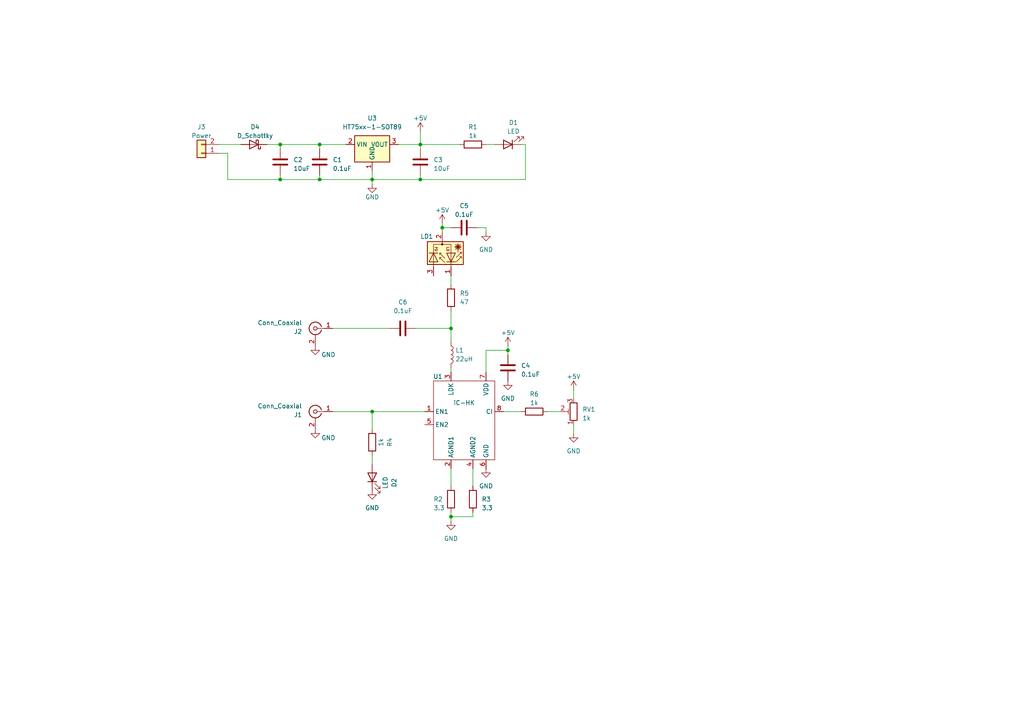
<source format=kicad_sch>
(kicad_sch (version 20230121) (generator eeschema)
  (paper "A4")
  (lib_symbols
    (symbol "Connector:Conn_Coaxial" (pin_names (offset 1.016) hide)
      (property "Reference" "J" (at 0.254 3.048 0))
      (property "Value" "Conn_Coaxial" (at 2.921 0 90))
      (symbol "Conn_Coaxial_0_1"
        (arc (start -1.778 -0.508) (mid 0.2311 -1.8066) (end 1.778 0) (stroke (width 0.254)))
        (polyline (pts (xy -2.54 0) (xy -0.508 0)))
        (polyline (pts (xy 0 -2.54) (xy 0 -1.778)))
        (circle (center 0 0) (radius 0.508) (stroke (width 0.2032)))
        (arc (start 1.778 0) (mid 0.2099 1.8101) (end -1.778 0.508) (stroke (width 0.254)))
      )
      (symbol "Conn_Coaxial_1_1"
        (pin passive line (at -5.08 0 0) (length 2.54) (name "In") (number "1"))
        (pin passive line (at 0 -5.08 90) (length 2.54) (name "Ext") (number "2"))
      )
    )
    (symbol "Connector_Generic:Conn_01x02" (pin_names (offset 1.016) hide)
      (property "Reference" "J" (at 0 2.54 0))
      (property "Value" "Conn_01x02" (at 0 -5.08 0))
      (symbol "Conn_01x02_1_1"
        (rectangle (start -1.27 -2.413) (end 0 -2.667) (stroke (width 0.1524)))
        (rectangle (start -1.27 0.127) (end 0 -0.127) (stroke (width 0.1524)))
        (rectangle (start -1.27 1.27) (end 1.27 -3.81) (stroke (width 0.254)) (fill (type background)))
        (pin passive line (at -5.08 0 0) (length 3.81) (name "Pin_1") (number "1"))
        (pin passive line (at -5.08 -2.54 0) (length 3.81) (name "Pin_2") (number "2"))
      )
    )
    (symbol "Device:C" (pin_numbers hide) (pin_names (offset 0.254))
      (property "Reference" "C" (at 0.635 2.54 0))
      (property "Value" "C" (at 0.635 -2.54 0))
      (symbol "C_0_1"
        (polyline (pts (xy -2.032 -0.762) (xy 2.032 -0.762)) (stroke (width 0.508)))
        (polyline (pts (xy -2.032 0.762) (xy 2.032 0.762)) (stroke (width 0.508)))
      )
      (symbol "C_1_1"
        (pin passive line (at 0 3.81 270) (length 2.794) (name "~") (number "1"))
        (pin passive line (at 0 -3.81 90) (length 2.794) (name "~") (number "2"))
      )
    )
    (symbol "Device:D_Laser_Photo_NType" (pin_names hide)
      (property "Reference" "LD" (at 1.016 7.112 0))
      (property "Value" "D_Laser_Photo_NType" (at 1.016 -5.588 0))
      (symbol "D_Laser_Photo_NType_0_1"
        (circle (center -1.524 0) (radius 0.254) (fill (type outline)))
        (arc (start -0.508 -1.778) (mid -0.3302 -1.6002) (end -0.508 -1.397))
        (arc (start 0 -2.159) (mid 0.3794 -1.778) (end 0 -1.397))
        (polyline (pts (xy -2.54 0) (xy -1.524 0)))
        (polyline (pts (xy -1.524 3.81) (xy 0 5.334)))
        (polyline (pts (xy -1.524 4.318) (xy 0 4.826)))
        (polyline (pts (xy -1.524 4.826) (xy 0 4.318)))
        (polyline (pts (xy -1.524 5.334) (xy 0 3.81)))
        (polyline (pts (xy -1.016 5.334) (xy -0.508 3.81)))
        (polyline (pts (xy -0.762 4.572) (xy -0.762 3.556)))
        (polyline (pts (xy -0.762 4.572) (xy -0.762 5.588)))
        (polyline (pts (xy -0.635 -1.397) (xy -0.635 -2.159)))
        (polyline (pts (xy -0.508 5.334) (xy -1.016 3.81)))
        (polyline (pts (xy 0 -1.397) (xy 0 -2.159)))
        (polyline (pts (xy 0 2.032) (xy 0 1.27)))
        (polyline (pts (xy 0.762 4.572) (xy -1.778 4.572)))
        (polyline (pts (xy 0.762 5.588) (xy 1.27 5.588)))
        (polyline (pts (xy 1.016 -1.27) (xy 1.016 -3.81)) (stroke (width 0.2032)))
        (polyline (pts (xy 1.016 -0.762) (xy 1.524 -0.762)))
        (polyline (pts (xy 3.556 3.81) (xy 3.556 1.27)) (stroke (width 0.2032)))
        (polyline (pts (xy -0.635 2.032) (xy -0.635 1.27) (xy -0.254 1.27)))
        (polyline (pts (xy 2.286 4.064) (xy 0.762 5.588) (xy 0.762 5.08)))
        (polyline (pts (xy 2.54 0.762) (xy 1.016 -0.762) (xy 1.016 -0.254)))
        (polyline (pts (xy 3.556 -1.27) (xy 3.556 -3.81) (xy 1.016 -2.54) (xy 3.556 -1.27)) (stroke (width 0.2032)))
        (polyline (pts (xy 5.08 2.54) (xy -1.524 2.54) (xy -1.524 -2.54) (xy 5.08 -2.54)))
        (polyline (pts (xy 3.556 4.064) (xy 2.032 5.588) (xy 2.032 5.08) (xy 2.032 5.588) (xy 2.54 5.588)))
        (polyline (pts (xy 3.81 0.762) (xy 2.286 -0.762) (xy 2.286 -0.254) (xy 2.286 -0.762) (xy 2.794 -0.762)))
        (arc (start 0 1.27) (mid 0.3794 1.651) (end 0 2.032))
        (rectangle (start 4.318 6.096) (end -2.286 -4.318) (stroke (width 0.254)) (fill (type background)))
      )
      (symbol "D_Laser_Photo_NType_1_1"
        (polyline (pts (xy 1.016 3.81) (xy 1.016 1.27) (xy 3.556 2.54) (xy 1.016 3.81)) (stroke (width 0.2032)))
        (pin passive line (at 7.62 2.54 180) (length 2.54) (name "~") (number "1"))
        (pin passive line (at -5.08 0 0) (length 2.54) (name "~") (number "2"))
        (pin passive line (at 7.62 -2.54 180) (length 2.54) (name "~") (number "3"))
      )
    )
    (symbol "Device:D_Schottky" (pin_numbers hide) (pin_names (offset 1.016) hide)
      (property "Reference" "D" (at 0 2.54 0))
      (property "Value" "D_Schottky" (at 0 -2.54 0))
      (symbol "D_Schottky_0_1"
        (polyline (pts (xy 1.27 0) (xy -1.27 0)))
        (polyline (pts (xy 1.27 1.27) (xy 1.27 -1.27) (xy -1.27 0) (xy 1.27 1.27)) (stroke (width 0.254)))
        (polyline (pts (xy -1.905 0.635) (xy -1.905 1.27) (xy -1.27 1.27) (xy -1.27 -1.27) (xy -0.635 -1.27) (xy -0.635 -0.635)) (stroke (width 0.254)))
      )
      (symbol "D_Schottky_1_1"
        (pin passive line (at -3.81 0 0) (length 2.54) (name "K") (number "1"))
        (pin passive line (at 3.81 0 180) (length 2.54) (name "A") (number "2"))
      )
    )
    (symbol "Device:L" (pin_numbers hide) (pin_names (offset 1.016) hide)
      (property "Reference" "L" (at -1.27 0 90))
      (property "Value" "L" (at 1.905 0 90))
      (symbol "L_0_1"
        (arc (start 0 -2.54) (mid 0.6323 -1.905) (end 0 -1.27))
        (arc (start 0 -1.27) (mid 0.6323 -0.635) (end 0 0))
        (arc (start 0 0) (mid 0.6323 0.635) (end 0 1.27))
        (arc (start 0 1.27) (mid 0.6323 1.905) (end 0 2.54))
      )
      (symbol "L_1_1"
        (pin passive line (at 0 3.81 270) (length 1.27) (name "1") (number "1"))
        (pin passive line (at 0 -3.81 90) (length 1.27) (name "2") (number "2"))
      )
    )
    (symbol "Device:LED" (pin_numbers hide) (pin_names (offset 1.016) hide)
      (property "Reference" "D" (at 0 2.54 0))
      (property "Value" "LED" (at 0 -2.54 0))
      (symbol "LED_0_1"
        (polyline (pts (xy -1.27 -1.27) (xy -1.27 1.27)) (stroke (width 0.254)))
        (polyline (pts (xy -1.27 0) (xy 1.27 0)))
        (polyline (pts (xy 1.27 -1.27) (xy 1.27 1.27) (xy -1.27 0) (xy 1.27 -1.27)) (stroke (width 0.254)))
        (polyline (pts (xy -3.048 -0.762) (xy -4.572 -2.286) (xy -3.81 -2.286) (xy -4.572 -2.286) (xy -4.572 -1.524)))
        (polyline (pts (xy -1.778 -0.762) (xy -3.302 -2.286) (xy -2.54 -2.286) (xy -3.302 -2.286) (xy -3.302 -1.524)))
      )
      (symbol "LED_1_1"
        (pin passive line (at -3.81 0 0) (length 2.54) (name "K") (number "1"))
        (pin passive line (at 3.81 0 180) (length 2.54) (name "A") (number "2"))
      )
    )
    (symbol "Device:R" (pin_numbers hide) (pin_names (offset 0))
      (property "Reference" "R" (at 2.032 0 90))
      (property "Value" "R" (at 0 0 90))
      (symbol "R_0_1"
        (rectangle (start -1.016 -2.54) (end 1.016 2.54) (stroke (width 0.254)))
      )
      (symbol "R_1_1"
        (pin passive line (at 0 3.81 270) (length 1.27) (name "~") (number "1"))
        (pin passive line (at 0 -3.81 90) (length 1.27) (name "~") (number "2"))
      )
    )
    (symbol "Device:R_Potentiometer_Trim" (pin_names (offset 1.016) hide)
      (property "Reference" "RV" (at -4.445 0 90))
      (property "Value" "R_Potentiometer_Trim" (at -2.54 0 90))
      (symbol "R_Potentiometer_Trim_0_1"
        (polyline (pts (xy 1.524 0.762) (xy 1.524 -0.762)))
        (polyline (pts (xy 2.54 0) (xy 1.524 0)))
        (rectangle (start 1.016 2.54) (end -1.016 -2.54) (stroke (width 0.254)))
      )
      (symbol "R_Potentiometer_Trim_1_1"
        (pin passive line (at 0 3.81 270) (length 1.27) (name "1") (number "1"))
        (pin passive line (at 3.81 0 180) (length 1.27) (name "2") (number "2"))
        (pin passive line (at 0 -3.81 90) (length 1.27) (name "3") (number "3"))
      )
    )
    (symbol "Regulator_Linear:HT75xx-1-SOT89"
      (property "Reference" "U" (at -5.08 -3.81 0))
      (property "Value" "HT75xx-1-SOT89" (at 0 6.35 0))
      (symbol "HT75xx-1-SOT89_0_1"
        (rectangle (start -5.08 5.08) (end 5.08 -2.54) (stroke (width 0.254)) (fill (type background)))
      )
      (symbol "HT75xx-1-SOT89_1_1"
        (pin power_in line (at 0 -5.08 90) (length 2.54) (name "GND") (number "1"))
        (pin power_in line (at -7.62 2.54 0) (length 2.54) (name "VIN") (number "2"))
        (pin power_out line (at 7.62 2.54 180) (length 2.54) (name "VOUT") (number "3"))
      )
    )
    (symbol "ichaus:ic-HK"
      (property "Reference" "U" (at 0 0 0))
      (property "Value" "iC-HK" (at 8.89 -7.62 0))
      (symbol "ic-HK_0_1"
        (rectangle (start 0 -1.27) (end 17.78 -24.13))
      )
      (symbol "ic-HK_1_1"
        (pin input line (at -2.54 -10.16 0) (length 2.54) (name "EN1") (number "1"))
        (pin unspecified line (at 5.08 -26.67 90) (length 2.54) (name "AGND1") (number "2"))
        (pin unspecified line (at 5.08 1.27 270) (length 2.54) (name "LDK") (number "3"))
        (pin unspecified line (at 11.43 -26.67 90) (length 2.54) (name "AGND2") (number "4"))
        (pin input line (at -2.54 -13.97 0) (length 2.54) (name "EN2") (number "5"))
        (pin unspecified line (at 15.24 -26.67 90) (length 2.54) (name "GND") (number "6"))
        (pin power_in line (at 15.24 1.27 270) (length 2.54) (name "VDD") (number "7"))
        (pin unspecified line (at 20.32 -10.16 180) (length 2.54) (name "CI") (number "8"))
      )
    )
    (symbol "power:+5V" (power) (pin_names (offset 0))
      (property "Value" "+5V" (at 0 3.556 0))
      (symbol "+5V_0_1"
        (polyline (pts (xy -0.762 1.27) (xy 0 2.54)))
        (polyline (pts (xy 0 0) (xy 0 2.54)))
        (polyline (pts (xy 0 2.54) (xy 0.762 1.27)))
      )
      (symbol "+5V_1_1"
        (pin power_in line (at 0 0 90) (length 0) hide (name "+5V") (number "1"))
      )
    )
    (symbol "power:GND" (power) (pin_names (offset 0))
      (property "Value" "GND" (at 0 -3.81 0))
      (symbol "GND_0_1"
        (polyline (pts (xy 0 0) (xy 0 -1.27) (xy 1.27 -1.27) (xy 0 -2.54) (xy -1.27 -1.27) (xy 0 -1.27)))
      )
      (symbol "GND_1_1"
        (pin power_in line (at 0 0 270) (length 0) hide (name "GND") (number "1"))
      )
    )
  )
  (junction (at 107.95 119.38))
  (junction (at 128.27 66.04))
  (junction (at 121.92 52.07))
  (junction (at 147.32 101.6))
  (junction (at 81.28 41.91))
  (junction (at 92.71 41.91))
  (junction (at 130.81 95.25))
  (junction (at 130.81 149.86))
  (junction (at 81.28 52.07))
  (junction (at 107.95 52.07))
  (junction (at 121.92 41.91))
  (junction (at 92.71 52.07))
  (wire (pts (xy 81.28 52.07) (xy 92.71 52.07)))
  (wire (pts (xy 130.81 95.25) (xy 130.81 99.06)))
  (wire (pts (xy 137.16 148.59) (xy 137.16 149.86)))
  (wire (pts (xy 137.16 135.89) (xy 137.16 140.97)))
  (wire (pts (xy 130.81 149.86) (xy 130.81 151.13)))
  (wire (pts (xy 121.92 52.07) (xy 107.95 52.07)))
  (wire (pts (xy 66.04 52.07) (xy 81.28 52.07)))
  (wire (pts (xy 107.95 49.53) (xy 107.95 52.07)))
  (wire (pts (xy 130.81 90.17) (xy 130.81 95.25)))
  (wire (pts (xy 120.65 95.25) (xy 130.81 95.25)))
  (wire (pts (xy 130.81 106.68) (xy 130.81 107.95)))
  (wire (pts (xy 77.47 41.91) (xy 81.28 41.91)))
  (wire (pts (xy 121.92 52.07) (xy 152.4 52.07)))
  (wire (pts (xy 147.32 101.6) (xy 140.97 101.6)))
  (wire (pts (xy 123.19 119.38) (xy 107.95 119.38)))
  (wire (pts (xy 96.52 119.38) (xy 107.95 119.38)))
  (wire (pts (xy 130.81 148.59) (xy 130.81 149.86)))
  (wire (pts (xy 92.71 41.91) (xy 92.71 43.18)))
  (wire (pts (xy 128.27 66.04) (xy 130.81 66.04)))
  (wire (pts (xy 151.13 119.38) (xy 146.05 119.38)))
  (wire (pts (xy 121.92 38.1) (xy 121.92 41.91)))
  (wire (pts (xy 140.97 41.91) (xy 143.51 41.91)))
  (wire (pts (xy 128.27 66.04) (xy 128.27 67.31)))
  (wire (pts (xy 138.43 66.04) (xy 140.97 66.04)))
  (wire (pts (xy 81.28 41.91) (xy 81.28 43.18)))
  (wire (pts (xy 66.04 44.45) (xy 66.04 52.07)))
  (wire (pts (xy 107.95 119.38) (xy 107.95 124.46)))
  (wire (pts (xy 63.5 41.91) (xy 69.85 41.91)))
  (wire (pts (xy 130.81 80.01) (xy 130.81 82.55)))
  (wire (pts (xy 151.13 41.91) (xy 152.4 41.91)))
  (wire (pts (xy 162.56 119.38) (xy 158.75 119.38)))
  (wire (pts (xy 121.92 50.8) (xy 121.92 52.07)))
  (wire (pts (xy 166.37 125.73) (xy 166.37 123.19)))
  (wire (pts (xy 107.95 132.08) (xy 107.95 134.62)))
  (wire (pts (xy 92.71 41.91) (xy 81.28 41.91)))
  (wire (pts (xy 96.52 95.25) (xy 113.03 95.25)))
  (wire (pts (xy 81.28 50.8) (xy 81.28 52.07)))
  (wire (pts (xy 107.95 52.07) (xy 107.95 53.34)))
  (wire (pts (xy 130.81 135.89) (xy 130.81 140.97)))
  (wire (pts (xy 147.32 102.87) (xy 147.32 101.6)))
  (wire (pts (xy 130.81 149.86) (xy 137.16 149.86)))
  (wire (pts (xy 121.92 41.91) (xy 121.92 43.18)))
  (wire (pts (xy 115.57 41.91) (xy 121.92 41.91)))
  (wire (pts (xy 121.92 41.91) (xy 133.35 41.91)))
  (wire (pts (xy 63.5 44.45) (xy 66.04 44.45)))
  (wire (pts (xy 100.33 41.91) (xy 92.71 41.91)))
  (wire (pts (xy 152.4 41.91) (xy 152.4 52.07)))
  (wire (pts (xy 140.97 66.04) (xy 140.97 67.31)))
  (wire (pts (xy 92.71 50.8) (xy 92.71 52.07)))
  (wire (pts (xy 166.37 113.03) (xy 166.37 115.57)))
  (wire (pts (xy 140.97 101.6) (xy 140.97 107.95)))
  (wire (pts (xy 128.27 64.77) (xy 128.27 66.04)))
  (wire (pts (xy 92.71 52.07) (xy 107.95 52.07)))
  (wire (pts (xy 147.32 100.33) (xy 147.32 101.6)))
  (symbol (lib_id "power:+5V") (at 147.32 100.33 0) (unit 1)
    (property "Reference" "#PWR07" (effects hide))
    (property "Value" "+5V" (at 147.32 96.52 0))
  )
  (symbol (lib_id "Device:R_Potentiometer_Trim") (at 166.37 119.38 180) (unit 1)
    (property "Reference" "RV1" (at 168.91 118.745 0) (effects (justify right)))
    (property "Value" "1k" (at 168.91 121.285 0) (effects (justify right)))
    (property "Footprint" "Potentiometer_SMD:Potentiometer_Bourns_3314G_Vertical" (effects hide))
    (property "LCSC" "C780221" (effects hide))
  )
  (symbol (lib_id "Device:C") (at 116.84 95.25 90) (unit 1)
    (property "Reference" "C6" (at 116.84 87.63 90))
    (property "Value" "0.1uF" (at 116.84 90.17 90))
    (property "Footprint" "Capacitor_SMD:C_0603_1608Metric" (effects hide))
  )
  (symbol (lib_id "power:GND") (at 130.81 151.13 0) (unit 1)
    (property "Reference" "#PWR05" (effects hide))
    (property "Value" "GND" (at 130.81 156.21 0))
  )
  (symbol (lib_id "ichaus:ic-HK") (at 125.73 109.22 0) (unit 1)
    (property "Reference" "U1" (at 127 109.22 0))
    (property "Value" "iC-HK" (at 134.62 116.84 0))
    (property "Footprint" "Package_SO:SO-8_3.9x4.9mm_P1.27mm" (effects hide))
    (property "Datasheet" "https://www.ichaus.de/upload/pdf/HK_datasheet_G1en.pdf" (effects hide))
  )
  (symbol (lib_id "power:+5V") (at 121.92 38.1 0) (unit 1)
    (property "Reference" "#PWR01" (effects hide))
    (property "Value" "+5V" (at 121.92 34.29 0))
  )
  (symbol (lib_id "power:GND") (at 91.44 100.33 0) (unit 1)
    (property "Reference" "#PWR010" (effects hide))
    (property "Value" "GND" (at 95.25 102.87 0))
  )
  (symbol (lib_id "Device:R") (at 137.16 41.91 90) (unit 1)
    (property "Reference" "R1" (at 137.16 36.83 90))
    (property "Value" "1k" (at 137.16 39.37 90))
    (property "Footprint" "Resistor_SMD:R_0603_1608Metric" (effects hide))
  )
  (symbol (lib_id "power:GND") (at 107.95 53.34 0) (unit 1)
    (property "Reference" "#PWR03" (effects hide))
    (property "Value" "GND" (at 107.95 57.15 0))
  )
  (symbol (lib_id "Connector:Conn_Coaxial") (at 91.44 119.38 0) (mirror y) (unit 1)
    (property "Reference" "J1" (at 87.63 120.3082 0) (effects (justify left)))
    (property "Value" "Conn_Coaxial" (at 87.63 117.7682 0) (effects (justify left)))
    (property "Footprint" "Connector_Coaxial:MMCX_Molex_73415-1471_Vertical" (effects hide))
    (property "Datasheet" " ~" (effects hide))
  )
  (symbol (lib_id "Device:LED") (at 107.95 138.43 90) (unit 1)
    (property "Reference" "D2" (at 114.3 140.0175 0))
    (property "Value" "LED" (at 111.76 140.0175 0))
    (property "Footprint" "LED_SMD:LED_0603_1608Metric" (effects hide))
  )
  (symbol (lib_id "Device:D_Laser_Photo_NType") (at 128.27 72.39 270) (unit 1)
    (property "Reference" "LD1" (at 121.92 68.58 90) (effects (justify left)))
    (property "Value" "D_Laser_Photo_NType" (effects hide))
    (property "Footprint" "OptoDevice:LaserDiode_TO18-D5.6-3" (effects hide))
    (property "Datasheet" "http://www.egismos.disonhu.com/laser/diode-package.htm" (effects hide))
  )
  (symbol (lib_id "power:GND") (at 107.95 142.24 0) (unit 1)
    (property "Reference" "#PWR09" (effects hide))
    (property "Value" "GND" (at 107.95 147.32 0))
  )
  (symbol (lib_id "Device:R") (at 137.16 144.78 0) (unit 1)
    (property "Reference" "R3" (at 139.7 144.78 0) (effects (justify left)))
    (property "Value" "3.3" (at 139.7 147.32 0) (effects (justify left)))
    (property "Footprint" "Resistor_SMD:R_0603_1608Metric" (effects hide))
  )
  (symbol (lib_id "Device:D_Schottky") (at 73.66 41.91 180) (unit 1)
    (property "Reference" "D4" (at 73.9775 36.83 0))
    (property "Value" "D_Schottky" (at 73.9775 39.37 0))
    (property "Footprint" "Diode_SMD:D_SOD-123" (effects hide))
    (property "LCSC" "C8598" (effects hide))
  )
  (symbol (lib_id "Device:C") (at 147.32 106.68 0) (unit 1)
    (property "Reference" "C4" (at 151.13 106.045 0) (effects (justify left)))
    (property "Value" "0.1uF" (at 151.13 108.585 0) (effects (justify left)))
    (property "Footprint" "Capacitor_SMD:C_0603_1608Metric" (effects hide))
  )
  (symbol (lib_id "Device:LED") (at 147.32 41.91 180) (unit 1)
    (property "Reference" "D1" (at 148.9075 35.56 0))
    (property "Value" "LED" (at 148.9075 38.1 0))
    (property "Footprint" "LED_SMD:LED_0603_1608Metric" (effects hide))
  )
  (symbol (lib_id "power:GND") (at 140.97 135.89 0) (unit 1)
    (property "Reference" "#PWR04" (effects hide))
    (property "Value" "GND" (at 140.97 140.97 0))
  )
  (symbol (lib_id "power:GND") (at 91.44 124.46 0) (unit 1)
    (property "Reference" "#PWR011" (effects hide))
    (property "Value" "GND" (at 95.25 127 0))
  )
  (symbol (lib_id "Connector:Conn_Coaxial") (at 91.44 95.25 0) (mirror y) (unit 1)
    (property "Reference" "J2" (at 87.63 96.1782 0) (effects (justify left)))
    (property "Value" "Conn_Coaxial" (at 87.63 93.6382 0) (effects (justify left)))
    (property "Footprint" "Connector_Coaxial:MMCX_Molex_73415-1471_Vertical" (effects hide))
    (property "Datasheet" " ~" (effects hide))
  )
  (symbol (lib_id "Device:C") (at 134.62 66.04 90) (unit 1)
    (property "Reference" "C5" (at 134.62 59.69 90))
    (property "Value" "0.1uF" (at 134.62 62.23 90))
    (property "Footprint" "Capacitor_SMD:C_0603_1608Metric" (effects hide))
  )
  (symbol (lib_id "Device:R") (at 107.95 128.27 0) (unit 1)
    (property "Reference" "R4" (at 113.03 128.27 90))
    (property "Value" "1k" (at 110.49 128.27 90))
    (property "Footprint" "Resistor_SMD:R_0603_1608Metric" (effects hide))
  )
  (symbol (lib_id "Connector_Generic:Conn_01x02") (at 58.42 44.45 180) (unit 1)
    (property "Reference" "J3" (at 58.42 36.83 0))
    (property "Value" "Power" (at 58.42 39.37 0))
    (property "Footprint" "Connector_PinHeader_2.54mm:PinHeader_1x02_P2.54mm_Vertical" (effects hide))
  )
  (symbol (lib_id "power:GND") (at 147.32 110.49 0) (unit 1)
    (property "Reference" "#PWR06" (effects hide))
    (property "Value" "GND" (at 147.32 115.57 0))
  )
  (symbol (lib_id "Device:L") (at 130.81 102.87 0) (unit 1)
    (property "Reference" "L1" (at 132.08 101.6 0) (effects (justify left)))
    (property "Value" "22uH" (at 132.08 104.14 0) (effects (justify left)))
  )
  (symbol (lib_id "power:GND") (at 140.97 67.31 0) (unit 1)
    (property "Reference" "#PWR014" (effects hide))
    (property "Value" "GND" (at 140.97 72.39 0))
  )
  (symbol (lib_id "Device:C") (at 121.92 46.99 0) (unit 1)
    (property "Reference" "C3" (at 125.73 46.355 0) (effects (justify left)))
    (property "Value" "10uF" (at 125.73 48.895 0) (effects (justify left)))
    (property "Footprint" "Capacitor_SMD:C_0603_1608Metric" (effects hide))
  )
  (symbol (lib_id "power:GND") (at 166.37 125.73 0) (unit 1)
    (property "Reference" "#PWR012" (effects hide))
    (property "Value" "GND" (at 166.37 130.81 0))
  )
  (symbol (lib_id "Device:C") (at 81.28 46.99 0) (unit 1)
    (property "Reference" "C2" (at 85.09 46.355 0) (effects (justify left)))
    (property "Value" "10uF" (at 85.09 48.895 0) (effects (justify left)))
    (property "Footprint" "Capacitor_SMD:C_0603_1608Metric" (effects hide))
  )
  (symbol (lib_id "power:+5V") (at 166.37 113.03 0) (unit 1)
    (property "Reference" "#PWR013" (effects hide))
    (property "Value" "+5V" (at 166.37 109.22 0))
  )
  (symbol (lib_id "Device:R") (at 130.81 144.78 180) (unit 1)
    (property "Reference" "R2" (at 125.73 144.78 0) (effects (justify right)))
    (property "Value" "3.3" (at 125.73 147.32 0) (effects (justify right)))
    (property "Footprint" "Resistor_SMD:R_0603_1608Metric" (effects hide))
  )
  (symbol (lib_id "Device:R") (at 130.81 86.36 180) (unit 1)
    (property "Reference" "R5" (at 133.35 85.09 0) (effects (justify right)))
    (property "Value" "47" (at 133.35 87.63 0) (effects (justify right)))
    (property "Footprint" "Resistor_SMD:R_0603_1608Metric" (effects hide))
  )
  (symbol (lib_id "Device:R") (at 154.94 119.38 90) (unit 1)
    (property "Reference" "R6" (at 154.94 114.3 90))
    (property "Value" "1k" (at 154.94 116.84 90))
    (property "Footprint" "Resistor_SMD:R_0603_1608Metric" (effects hide))
  )
  (symbol (lib_id "Regulator_Linear:HT75xx-1-SOT89") (at 107.95 44.45 0) (unit 1)
    (property "Reference" "U3" (at 107.95 34.29 0))
    (property "Value" "HT75xx-1-SOT89" (at 107.95 36.83 0))
    (property "Footprint" "Package_TO_SOT_SMD:SOT-89-3" (effects hide))
    (property "Datasheet" "https://www.holtek.com/documents/10179/116711/HT75xx-1v250.pdf" (effects hide))
    (property "LCSC" "C16106" (effects hide))
  )
  (symbol (lib_id "Device:C") (at 92.71 46.99 0) (unit 1)
    (property "Reference" "C1" (at 96.52 46.355 0) (effects (justify left)))
    (property "Value" "0.1uF" (at 96.52 48.895 0) (effects (justify left)))
    (property "Footprint" "Capacitor_SMD:C_0603_1608Metric" (effects hide))
  )
  (symbol (lib_id "power:+5V") (at 128.27 64.77 0) (unit 1)
    (property "Reference" "#PWR02" (effects hide))
    (property "Value" "+5V" (at 128.27 60.96 0))
  )
)
</source>
